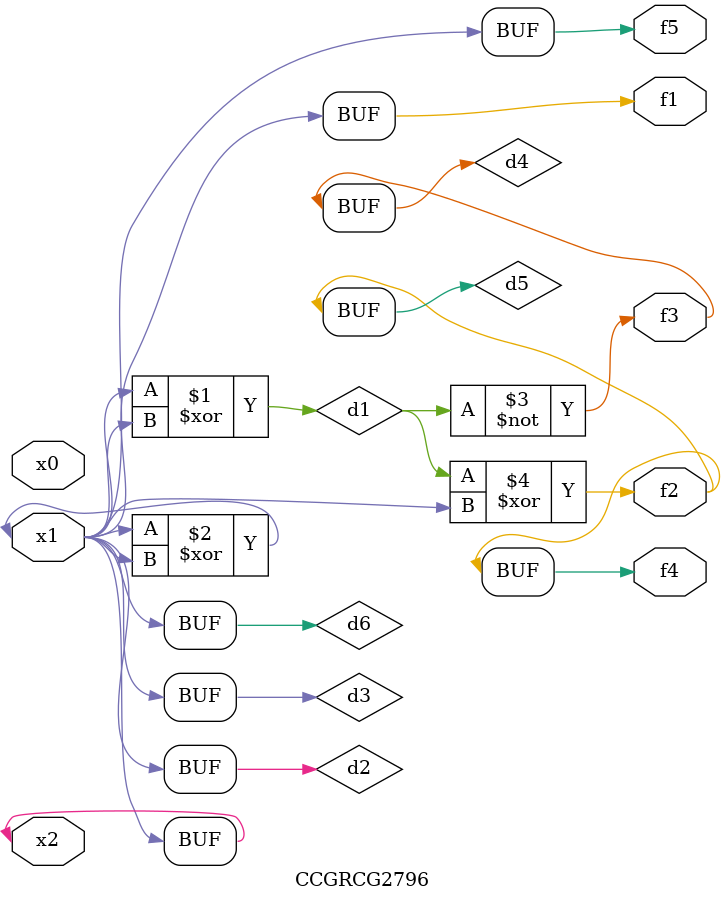
<source format=v>
module CCGRCG2796(
	input x0, x1, x2,
	output f1, f2, f3, f4, f5
);

	wire d1, d2, d3, d4, d5, d6;

	xor (d1, x1, x2);
	buf (d2, x1, x2);
	xor (d3, x1, x2);
	nor (d4, d1);
	xor (d5, d1, d2);
	buf (d6, d2, d3);
	assign f1 = d6;
	assign f2 = d5;
	assign f3 = d4;
	assign f4 = d5;
	assign f5 = d6;
endmodule

</source>
